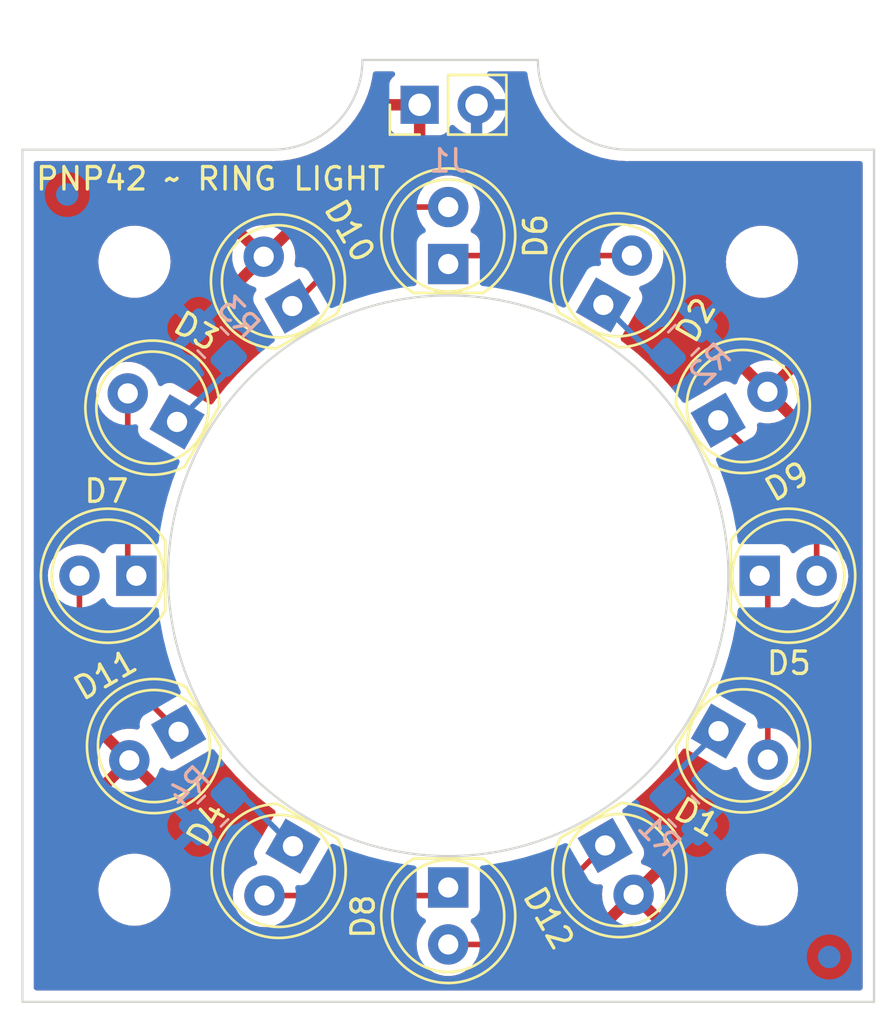
<source format=kicad_pcb>
(kicad_pcb (version 20211014) (generator pcbnew)
  (title_block (title "Ring Light") (date "2022-03-21") (rev "1.0") (company "PNP42") (comment 1 "JAR"))
  (layers (0 "F.Cu" signal) (31 "B.Cu" signal) (34 "B.Paste" user) (35 "F.Paste" user) (36 "B.SilkS" user "B.Silkscreen") (37 "F.SilkS" user "F.Silkscreen") (38 "B.Mask" user) (39 "F.Mask" user) (44 "Edge.Cuts" user))
  (net 0 "")
  (net 1 "Net-(D1-Pad1)")
  (net 2 "Net-(D1-Pad2)")
  (net 3 "Net-(D2-Pad1)")
  (net 4 "Net-(D2-Pad2)")
  (net 5 "Net-(D3-Pad1)")
  (net 6 "Net-(D3-Pad2)")
  (net 7 "Net-(D4-Pad1)")
  (net 8 "Net-(D4-Pad2)")
  (net 9 "Net-(D5-Pad2)")
  (net 10 "Net-(D10-Pad1)")
  (net 11 "Net-(D11-Pad1)")
  (net 12 "Net-(D12-Pad1)")
  (net 13 "/Vin")
  (net 14 "/Vout")
  (footprint "Connector_PinHeader_2.54mm:PinHeader_1x02_P2.54mm_Vertical" (layer "F.Cu") (at 129.725 68 90)
    (fp_text reference "J1" (at -2.5 1.275) (layer "B.SilkS") (effects (justify mirror)))
    (fp_text value "Conn_01x02")
    (fp_line (start -1.33 -1.33) (end 0 -1.33) (layer "F.SilkS") (width 0.12))
    (fp_line (start -1.33 0) (end -1.33 -1.33) (layer "F.SilkS") (width 0.12))
    (fp_line (start -1.33 3.87) (end 1.33 3.87) (layer "F.SilkS") (width 0.12))
    (fp_line (start 1.33 1.27) (end 1.33 3.87) (layer "F.SilkS") (width 0.12))
    (fp_line (start -1.33 1.27) (end 1.33 1.27) (layer "F.SilkS") (width 0.12))
    (fp_line (start -1.33 1.27) (end -1.33 3.87) (layer "F.SilkS") (width 0.12))
    (pad "1" thru_hole rect (at 0 0 90) (size 1.7 1.7) (drill 1) (layers *.Cu *.Mask) (net 13 "/Vin"))
    (pad "2" thru_hole oval (at 0 2.54 90) (size 1.7 1.7) (drill 1) (layers *.Cu *.Mask) (net 14 "/Vout"))
  )
  (footprint "LED_THT:LED_D5.0mm" (layer "F.Cu") (at 118.97 95.96 -150)
    (fp_text reference "D11" (at 1.564403 3.830374 30) (layer "F.SilkS"))
    (fp_text value "LED_white")
    (fp_line (start -1.29 -1.545) (end -1.29 1.545) (layer "F.SilkS") (width 0.12))
    (fp_arc (start 4.26 -0.000462) (mid 2.072002 2.880433) (end -1.29 1.54483) (layer "F.SilkS") (width 0.12))
    (fp_arc (start -1.29 -1.54483) (mid 2.072002 -2.880433) (end 4.26 0.000462) (layer "F.SilkS") (width 0.12))
    (fp_circle (center 1.27 0) (end 3.77 0) (layer "F.SilkS") (width 0.12) (fill none))
    (pad "1" thru_hole rect (at 0 0 210) (size 1.8 1.8) (drill 0.9) (layers *.Cu *.Mask) (net 11 "Net-(D11-Pad1)"))
    (pad "2" thru_hole circle (at 2.54 0 210) (size 1.8 1.8) (drill 0.9) (layers *.Cu *.Mask) (net 13 "/Vin"))
  )
  (footprint "MountingHole:MountingHole_2.2mm_M2" (layer "F.Cu") (at 117 103)
    (fp_text reference "REF**" hide)
    (fp_text value "MountingHole_2.2mm_M2" hide)
    (pad "" np_thru_hole circle (at 0 0) (size 2.2 2.2) (drill 2.2) (layers *.Cu *.Mask))
  )
  (footprint "LED_THT:LED_D5.0mm" (layer "F.Cu") (at 143.06 95.93 -30)
    (fp_text reference "D1" (at 1.069465 3.822368 150) (layer "F.SilkS"))
    (fp_text value "LED_white")
    (fp_line (start -1.29 -1.545) (end -1.29 1.545) (layer "F.SilkS") (width 0.12))
    (fp_arc (start -1.29 -1.54483) (mid 2.072002 -2.880433) (end 4.26 0.000462) (layer "F.SilkS") (width 0.12))
    (fp_arc (start 4.26 -0.000462) (mid 2.072002 2.880433) (end -1.29 1.54483) (layer "F.SilkS") (width 0.12))
    (fp_circle (center 1.27 0) (end 3.77 0) (layer "F.SilkS") (width 0.12) (fill none))
    (pad "1" thru_hole rect (at 0 0 330) (size 1.8 1.8) (drill 0.9) (layers *.Cu *.Mask) (net 1 "Net-(D1-Pad1)"))
    (pad "2" thru_hole circle (at 2.54 0 330) (size 1.8 1.8) (drill 0.9) (layers *.Cu *.Mask) (net 2 "Net-(D1-Pad2)"))
  )
  (footprint "LED_THT:LED_D5.0mm" (layer "F.Cu") (at 124.07 101.06 -120)
    (fp_text reference "D4" (at 1.091116 3.809868 60) (layer "F.SilkS"))
    (fp_text value "LED_white")
    (fp_line (start -1.29 -1.545) (end -1.29 1.545) (layer "F.SilkS") (width 0.12))
    (fp_arc (start -1.29 -1.54483) (mid 2.072002 -2.880433) (end 4.26 0.000462) (layer "F.SilkS") (width 0.12))
    (fp_arc (start 4.26 -0.000462) (mid 2.072002 2.880433) (end -1.29 1.54483) (layer "F.SilkS") (width 0.12))
    (fp_circle (center 1.27 0) (end 3.77 0) (layer "F.SilkS") (width 0.12) (fill none))
    (pad "1" thru_hole rect (at 0 0 240) (size 1.8 1.8) (drill 0.9) (layers *.Cu *.Mask) (net 7 "Net-(D4-Pad1)"))
    (pad "2" thru_hole circle (at 2.54 0 240) (size 1.8 1.8) (drill 0.9) (layers *.Cu *.Mask) (net 8 "Net-(D4-Pad2)"))
  )
  (footprint "MountingHole:MountingHole_2.2mm_M2" (layer "F.Cu") (at 145 103)
    (fp_text reference "REF**" hide)
    (fp_text value "MountingHole_2.2mm_M2" hide)
    (pad "" np_thru_hole circle (at 0 0) (size 2.2 2.2) (drill 2.2) (layers *.Cu *.Mask))
  )
  (footprint "MountingHole:MountingHole_2.2mm_M2" (layer "F.Cu") (at 145 75)
    (fp_text reference "REF**" hide)
    (fp_text value "MountingHole_2.2mm_M2" hide)
    (pad "" np_thru_hole circle (at 0 0) (size 2.2 2.2) (drill 2.2) (layers *.Cu *.Mask))
  )
  (footprint "LED_THT:LED_D5.0mm" (layer "F.Cu") (at 138.0025 101.025818 -60)
    (fp_text reference "D12" (at 1.550124 3.81347 120) (layer "F.SilkS"))
    (fp_text value "LED_white")
    (fp_line (start -1.29 -1.545) (end -1.29 1.545) (layer "F.SilkS") (width 0.12))
    (fp_arc (start -1.29 -1.54483) (mid 2.072002 -2.880433) (end 4.26 0.000462) (layer "F.SilkS") (width 0.12))
    (fp_arc (start 4.26 -0.000462) (mid 2.072002 2.880433) (end -1.29 1.54483) (layer "F.SilkS") (width 0.12))
    (fp_circle (center 1.27 0) (end 3.77 0) (layer "F.SilkS") (width 0.12) (fill none))
    (pad "1" thru_hole rect (at 0 0 300) (size 1.8 1.8) (drill 0.9) (layers *.Cu *.Mask) (net 12 "Net-(D12-Pad1)"))
    (pad "2" thru_hole circle (at 2.54 0 300) (size 1.8 1.8) (drill 0.9) (layers *.Cu *.Mask) (net 13 "/Vin"))
  )
  (footprint "LED_THT:LED_D5.0mm" (layer "F.Cu") (at 144.9 89)
    (fp_text reference "D5" (at 1.3 3.9) (layer "F.SilkS"))
    (fp_text value "LED_white")
    (fp_line (start -1.29 -1.545) (end -1.29 1.545) (layer "F.SilkS") (width 0.12))
    (fp_arc (start 4.26 -0.000462) (mid 2.072002 2.880433) (end -1.29 1.54483) (layer "F.SilkS") (width 0.12))
    (fp_arc (start -1.29 -1.54483) (mid 2.072002 -2.880433) (end 4.26 0.000462) (layer "F.SilkS") (width 0.12))
    (fp_circle (center 1.27 0) (end 3.77 0) (layer "F.SilkS") (width 0.12) (fill none))
    (pad "1" thru_hole rect (at 0 0) (size 1.8 1.8) (drill 0.9) (layers *.Cu *.Mask) (net 2 "Net-(D1-Pad2)"))
    (pad "2" thru_hole circle (at 2.54 0) (size 1.8 1.8) (drill 0.9) (layers *.Cu *.Mask) (net 9 "Net-(D5-Pad2)"))
  )
  (footprint "LED_THT:LED_D5.0mm" (layer "F.Cu") (at 131 102.9 -90)
    (fp_text reference "D8" (at 1.3 3.8 90) (layer "F.SilkS"))
    (fp_text value "LED_white")
    (fp_line (start -1.29 -1.545) (end -1.29 1.545) (layer "F.SilkS") (width 0.12))
    (fp_arc (start -1.29 -1.54483) (mid 2.072002 -2.880433) (end 4.26 0.000462) (layer "F.SilkS") (width 0.12))
    (fp_arc (start 4.26 -0.000462) (mid 2.072002 2.880433) (end -1.29 1.54483) (layer "F.SilkS") (width 0.12))
    (fp_circle (center 1.27 0) (end 3.77 0) (layer "F.SilkS") (width 0.12) (fill none))
    (pad "1" thru_hole rect (at 0 0 270) (size 1.8 1.8) (drill 0.9) (layers *.Cu *.Mask) (net 8 "Net-(D4-Pad2)"))
    (pad "2" thru_hole circle (at 2.54 0 270) (size 1.8 1.8) (drill 0.9) (layers *.Cu *.Mask) (net 12 "Net-(D12-Pad1)"))
  )
  (footprint "LED_THT:LED_D5.0mm" (layer "F.Cu") (at 124.0375 76.974182 120)
    (fp_text reference "D10" (at 1.619227 3.893781 120) (layer "F.SilkS"))
    (fp_text value "LED_white")
    (fp_line (start -1.29 -1.545) (end -1.29 1.545) (layer "F.SilkS") (width 0.12))
    (fp_arc (start 4.26 -0.000462) (mid 2.072002 2.880433) (end -1.29 1.54483) (layer "F.SilkS") (width 0.12))
    (fp_arc (start -1.29 -1.54483) (mid 2.072002 -2.880433) (end 4.26 0.000462) (layer "F.SilkS") (width 0.12))
    (fp_circle (center 1.27 0) (end 3.77 0) (layer "F.SilkS") (width 0.12) (fill none))
    (pad "1" thru_hole rect (at 0 0 120) (size 1.8 1.8) (drill 0.9) (layers *.Cu *.Mask) (net 10 "Net-(D10-Pad1)"))
    (pad "2" thru_hole circle (at 2.54 0 120) (size 1.8 1.8) (drill 0.9) (layers *.Cu *.Mask) (net 13 "/Vin"))
  )
  (footprint "LED_THT:LED_D5.0mm" (layer "F.Cu") (at 131 75.1 90)
    (fp_text reference "D6" (at 1.25 3.9 90) (layer "F.SilkS"))
    (fp_text value "LED_white")
    (fp_line (start -1.29 -1.545) (end -1.29 1.545) (layer "F.SilkS") (width 0.12))
    (fp_arc (start 4.26 -0.000462) (mid 2.072002 2.880433) (end -1.29 1.54483) (layer "F.SilkS") (width 0.12))
    (fp_arc (start -1.29 -1.54483) (mid 2.072002 -2.880433) (end 4.26 0.000462) (layer "F.SilkS") (width 0.12))
    (fp_circle (center 1.27 0) (end 3.77 0) (layer "F.SilkS") (width 0.12) (fill none))
    (pad "1" thru_hole rect (at 0 0 90) (size 1.8 1.8) (drill 0.9) (layers *.Cu *.Mask) (net 4 "Net-(D2-Pad2)"))
    (pad "2" thru_hole circle (at 2.54 0 90) (size 1.8 1.8) (drill 0.9) (layers *.Cu *.Mask) (net 10 "Net-(D10-Pad1)"))
  )
  (footprint "LED_THT:LED_D5.0mm" (layer "F.Cu") (at 118.9 82.14 150)
    (fp_text reference "D3" (at 1.283878 3.923743 150) (layer "F.SilkS"))
    (fp_text value "LED_white")
    (fp_line (start -1.29 -1.545) (end -1.29 1.545) (layer "F.SilkS") (width 0.12))
    (fp_arc (start -1.29 -1.54483) (mid 2.072002 -2.880433) (end 4.26 0.000462) (layer "F.SilkS") (width 0.12))
    (fp_arc (start 4.26 -0.000462) (mid 2.072002 2.880433) (end -1.29 1.54483) (layer "F.SilkS") (width 0.12))
    (fp_circle (center 1.27 0) (end 3.77 0) (layer "F.SilkS") (width 0.12) (fill none))
    (pad "1" thru_hole rect (at 0 0 150) (size 1.8 1.8) (drill 0.9) (layers *.Cu *.Mask) (net 5 "Net-(D3-Pad1)"))
    (pad "2" thru_hole circle (at 2.54 0 150) (size 1.8 1.8) (drill 0.9) (layers *.Cu *.Mask) (net 6 "Net-(D3-Pad2)"))
  )
  (footprint "MountingHole:MountingHole_2.2mm_M2" (layer "F.Cu") (at 117 75)
    (fp_text reference "REF**" hide)
    (fp_text value "MountingHole_2.2mm_M2" hide)
    (pad "" np_thru_hole circle (at 0 0) (size 2.2 2.2) (drill 2.2) (layers *.Cu *.Mask))
  )
  (footprint "LED_THT:LED_D5.0mm" (layer "F.Cu") (at 137.9225 76.924182 60)
    (fp_text reference "D2" (at 1.478474 3.912429 60) (layer "F.SilkS"))
    (fp_text value "LED_white")
    (fp_line (start -1.29 -1.545) (end -1.29 1.545) (layer "F.SilkS") (width 0.12))
    (fp_arc (start -1.29 -1.54483) (mid 2.072002 -2.880433) (end 4.26 0.000462) (layer "F.SilkS") (width 0.12))
    (fp_arc (start 4.26 -0.000462) (mid 2.072002 2.880433) (end -1.29 1.54483) (layer "F.SilkS") (width 0.12))
    (fp_circle (center 1.27 0) (end 3.77 0) (layer "F.SilkS") (width 0.12) (fill none))
    (pad "1" thru_hole rect (at 0 0 60) (size 1.8 1.8) (drill 0.9) (layers *.Cu *.Mask) (net 3 "Net-(D2-Pad1)"))
    (pad "2" thru_hole circle (at 2.54 0 60) (size 1.8 1.8) (drill 0.9) (layers *.Cu *.Mask) (net 4 "Net-(D2-Pad2)"))
  )
  (footprint "LED_THT:LED_D5.0mm" (layer "F.Cu") (at 143.045818 82.0675 30)
    (fp_text reference "D9" (at 1.3004 3.906005 30) (layer "F.SilkS"))
    (fp_text value "LED_white")
    (fp_line (start -1.29 -1.545) (end -1.29 1.545) (layer "F.SilkS") (width 0.12))
    (fp_arc (start -1.29 -1.54483) (mid 2.072002 -2.880433) (end 4.26 0.000462) (layer "F.SilkS") (width 0.12))
    (fp_arc (start 4.26 -0.000462) (mid 2.072002 2.880433) (end -1.29 1.54483) (layer "F.SilkS") (width 0.12))
    (fp_circle (center 1.27 0) (end 3.77 0) (layer "F.SilkS") (width 0.12) (fill none))
    (pad "1" thru_hole rect (at 0 0 30) (size 1.8 1.8) (drill 0.9) (layers *.Cu *.Mask) (net 9 "Net-(D5-Pad2)"))
    (pad "2" thru_hole circle (at 2.54 0 30) (size 1.8 1.8) (drill 0.9) (layers *.Cu *.Mask) (net 13 "/Vin"))
  )
  (footprint "LED_THT:LED_D5.0mm" (layer "F.Cu") (at 117.085 89 180)
    (fp_text reference "D7" (at 1.335 3.775) (layer "F.SilkS"))
    (fp_text value "LED_white")
    (fp_line (start -1.29 -1.545) (end -1.29 1.545) (layer "F.SilkS") (width 0.12))
    (fp_arc (start 4.26 -0.000462) (mid 2.072002 2.880433) (end -1.29 1.54483) (layer "F.SilkS") (width 0.12))
    (fp_arc (start -1.29 -1.54483) (mid 2.072002 -2.880433) (end 4.26 0.000462) (layer "F.SilkS") (width 0.12))
    (fp_circle (center 1.27 0) (end 3.77 0) (layer "F.SilkS") (width 0.12) (fill none))
    (pad "1" thru_hole rect (at 0 0 180) (size 1.8 1.8) (drill 0.9) (layers *.Cu *.Mask) (net 6 "Net-(D3-Pad2)"))
    (pad "2" thru_hole circle (at 2.54 0 180) (size 1.8 1.8) (drill 0.9) (layers *.Cu *.Mask) (net 11 "Net-(D11-Pad1)"))
  )
  (footprint "Fiducial:Fiducial_1mm_Mask2mm" (layer "B.Cu") (at 114 72 180)
    (fp_text reference "FID2" hide)
    (fp_text value "Fiducial" hide)
    (pad "" smd circle (at 0 0 180) (size 1 1) (layers "B.Cu" "B.Mask") (clearance 0.5))
  )
  (footprint "Resistor_SMD:R_0805_2012Metric_Pad1.20x1.40mm_HandSolder" (layer "B.Cu") (at 120.5 78.6 -45)
    (fp_text reference "R3" (at 0.017678 -1.608668 135) (layer "B.SilkS") (effects (justify mirror)))
    (fp_text value "120R")
    (fp_line (start -0.227064 0.735) (end 0.227064 0.735) (layer "B.SilkS") (width 0.12))
    (fp_line (start -0.227064 -0.735) (end 0.227064 -0.735) (layer "B.SilkS") (width 0.12))
    (pad "1" smd roundrect (at -1 0 315) (size 1.2 1.4) (layers "B.Cu" "B.Paste" "B.Mask") (roundrect_rratio 0.2083333333) (net 14 "/Vout"))
    (pad "2" smd roundrect (at 1 0 315) (size 1.2 1.4) (layers "B.Cu" "B.Paste" "B.Mask") (roundrect_rratio 0.2083333333) (net 5 "Net-(D3-Pad1)"))
  )
  (footprint "Resistor_SMD:R_0805_2012Metric_Pad1.20x1.40mm_HandSolder" (layer "B.Cu") (at 120.5 99.5 45)
    (fp_text reference "R4" (at 0.017678 -1.502602 45) (layer "B.SilkS") (effects (justify mirror)))
    (fp_text value "120R")
    (fp_line (start -0.227064 0.735) (end 0.227064 0.735) (layer "B.SilkS") (width 0.12))
    (fp_line (start -0.227064 -0.735) (end 0.227064 -0.735) (layer "B.SilkS") (width 0.12))
    (pad "1" smd roundrect (at -1 0 45) (size 1.2 1.4) (layers "B.Cu" "B.Paste" "B.Mask") (roundrect_rratio 0.2083333333) (net 14 "/Vout"))
    (pad "2" smd roundrect (at 1 0 45) (size 1.2 1.4) (layers "B.Cu" "B.Paste" "B.Mask") (roundrect_rratio 0.2083333333) (net 7 "Net-(D4-Pad1)"))
  )
  (footprint "Fiducial:Fiducial_1mm_Mask2mm" (layer "B.Cu") (at 148 106 180)
    (fp_text reference "FID1" hide)
    (fp_text value "Fiducial" hide)
    (pad "" smd circle (at 0 0 180) (size 1 1) (layers "B.Cu" "B.Mask") (clearance 0.5))
  )
  (footprint "Resistor_SMD:R_0805_2012Metric_Pad1.20x1.40mm_HandSolder" (layer "B.Cu") (at 141.5 78.5 -135)
    (fp_text reference "R2" (at -0.088388 -1.608668 45) (layer "B.SilkS") (effects (justify mirror)))
    (fp_text value "120R")
    (fp_line (start -0.227064 -0.735) (end 0.227064 -0.735) (layer "B.SilkS") (width 0.12))
    (fp_line (start -0.227064 0.735) (end 0.227064 0.735) (layer "B.SilkS") (width 0.12))
    (pad "1" smd roundrect (at -1 0 225) (size 1.2 1.4) (layers "B.Cu" "B.Paste" "B.Mask") (roundrect_rratio 0.2083333333) (net 14 "/Vout"))
    (pad "2" smd roundrect (at 1 0 225) (size 1.2 1.4) (layers "B.Cu" "B.Paste" "B.Mask") (roundrect_rratio 0.2083333333) (net 3 "Net-(D2-Pad1)"))
  )
  (footprint "Resistor_SMD:R_0805_2012Metric_Pad1.20x1.40mm_HandSolder" (layer "B.Cu") (at 141.507107 99.507107 135)
    (fp_text reference "R1" (at -0.007627 -1.537957 135) (layer "B.SilkS") (effects (justify mirror)))
    (fp_text value "120R")
    (fp_line (start -0.227064 0.735) (end 0.227064 0.735) (layer "B.SilkS") (width 0.12))
    (fp_line (start -0.227064 -0.735) (end 0.227064 -0.735) (layer "B.SilkS") (width 0.12))
    (pad "1" smd roundrect (at -1 0 135) (size 1.2 1.4) (layers "B.Cu" "B.Paste" "B.Mask") (roundrect_rratio 0.2083333333) (net 14 "/Vout"))
    (pad "2" smd roundrect (at 1 0 135) (size 1.2 1.4) (layers "B.Cu" "B.Paste" "B.Mask") (roundrect_rratio 0.2083333333) (net 1 "Net-(D1-Pad1)"))
  )
  (gr_circle (center 131 89) (end 143.5 89) (layer "Edge.Cuts") (width 0.1) (fill none))
  (gr_arc (start 127.171573 66) (mid 126 68.828427) (end 123.171573 70) (layer "Edge.Cuts") (width 0.1))
  (gr_line (start 139 70) (end 150 70) (layer "Edge.Cuts") (width 0.1))
  (gr_line (start 150 108) (end 112 108) (layer "Edge.Cuts") (width 0.1))
  (gr_line (start 127.171573 66) (end 135 66) (layer "Edge.Cuts") (width 0.1))
  (gr_arc (start 139 70) (mid 136.171573 68.828427) (end 135 66) (layer "Edge.Cuts") (width 0.1))
  (gr_line (start 150 70) (end 150 108) (layer "Edge.Cuts") (width 0.1))
  (gr_line (start 112 70) (end 123.171573 70) (layer "Edge.Cuts") (width 0.1))
  (gr_line (start 112 108) (end 112 70) (layer "Edge.Cuts") (width 0.1))
  (gr_text "PNP42 ~ RING LIGHT" (at 120.4 71.3) (layer "F.SilkS") (effects (font (size 1 1))))
  (segment (start 140.8 98.8) (end 140.8 98.19) (width 0.25) (layer "B.Cu") (net 1))
  (segment (start 140.8 98.19) (end 143.06 95.93) (width 0.25) (layer "B.Cu") (net 1))
  (segment (start 145.259705 89.359705) (end 144.9 89) (width 0.25) (layer "F.Cu") (net 2))
  (segment (start 145.259705 97.2) (end 145.259705 89.359705) (width 0.25) (layer "F.Cu") (net 2))
  (segment (start 140.205425 79.207107) (end 140.792893 79.207107) (width 0.25) (layer "B.Cu") (net 3))
  (segment (start 137.9225 76.924182) (end 140.205425 79.207107) (width 0.25) (layer "B.Cu") (net 3))
  (segment (start 131.375523 74.724477) (end 131 75.1) (width 0.25) (layer "F.Cu") (net 4))
  (segment (start 139.1925 74.724477) (end 131.375523 74.724477) (width 0.25) (layer "F.Cu") (net 4))
  (segment (start 121.207107 79.307107) (end 121.207107 79.832893) (width 0.25) (layer "B.Cu") (net 5))
  (segment (start 121.207107 79.832893) (end 118.9 82.14) (width 0.25) (layer "B.Cu") (net 5))
  (segment (start 116.700295 88.615295) (end 117.085 89) (width 0.25) (layer "F.Cu") (net 6))
  (segment (start 116.700295 80.87) (end 116.700295 88.615295) (width 0.25) (layer "F.Cu") (net 6))
  (segment (start 121.207107 98.792893) (end 121.802893 98.792893) (width 0.25) (layer "B.Cu") (net 7))
  (segment (start 121.802893 98.792893) (end 124.07 101.06) (width 0.25) (layer "B.Cu") (net 7))
  (segment (start 130.640295 103.259705) (end 131 102.9) (width 0.25) (layer "F.Cu") (net 8))
  (segment (start 122.8 103.259705) (end 130.640295 103.259705) (width 0.25) (layer "F.Cu") (net 8))
  (segment (start 147.425 86.446682) (end 147.425 87) (width 0.25) (layer "F.Cu") (net 9))
  (segment (start 143.045818 82.0675) (end 147.425 86.446682) (width 0.25) (layer "F.Cu") (net 9))
  (segment (start 147.425 87) (end 147.44 87.015) (width 0.25) (layer "F.Cu") (net 9))
  (segment (start 147.44 87.015) (end 147.44 89) (width 0.25) (layer "F.Cu") (net 9))
  (segment (start 124.0375 76.974182) (end 128.325 72.686682) (width 0.25) (layer "F.Cu") (net 10))
  (segment (start 128.325 72.675) (end 128.44 72.56) (width 0.25) (layer "F.Cu") (net 10))
  (segment (start 128.325 72.686682) (end 128.325 72.675) (width 0.25) (layer "F.Cu") (net 10))
  (segment (start 128.44 72.56) (end 131 72.56) (width 0.25) (layer "F.Cu") (net 10))
  (segment (start 114.545 89) (end 114.545 91.535) (width 0.25) (layer "F.Cu") (net 11))
  (segment (start 114.545 91.535) (end 118.97 95.96) (width 0.25) (layer "F.Cu") (net 11))
  (segment (start 132.75 105.45) (end 132.74 105.44) (width 0.25) (layer "F.Cu") (net 12))
  (segment (start 138.0025 101.025818) (end 133.578318 105.45) (width 0.25) (layer "F.Cu") (net 12))
  (segment (start 133.578318 105.45) (end 132.75 105.45) (width 0.25) (layer "F.Cu") (net 12))
  (segment (start 132.74 105.44) (end 131 105.44) (width 0.25) (layer "F.Cu") (net 12))
  (zone (net 13) (net_name "/Vin") (layer "F.Cu") (connect_pads (clearance 0.508)) (min_thickness 0.254) (fill yes (thermal_gap 0.508) (thermal_bridge_width 0.508))
    (polygon (pts (xy 151 109) (xy 111 109) (xy 111 65) (xy 151 65)))
  )
  (zone (net 14) (net_name "/Vout") (layer "B.Cu") (connect_pads (clearance 0.508)) (min_thickness 0.254) (fill yes (thermal_gap 0.508) (thermal_bridge_width 0.508))
    (polygon (pts (xy 151 109) (xy 111 109) (xy 111 65) (xy 151 65)))
  )
)
</source>
